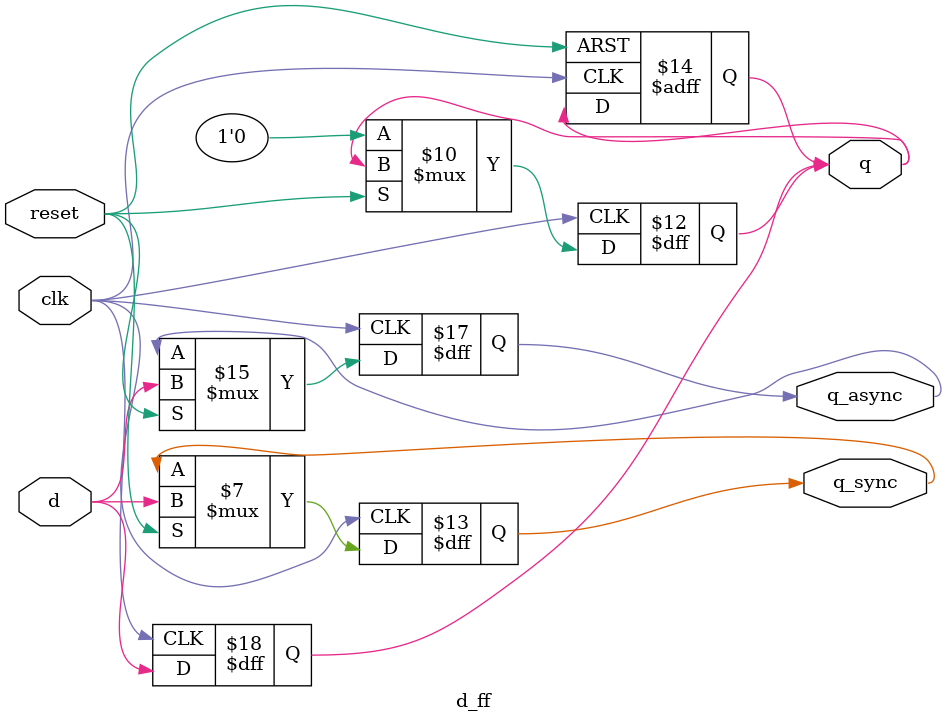
<source format=sv>
module d_ff(q,q_async,q_sync,d,clk,reset);
    input d,clk,reset;
    output reg q, q_async, q_sync;

    //Simple D Flip-flop
    always @(posedge clk)
    begin
        q <= d;
    end
    
    //D Flip-flop with asynchronous reset
    always @(posedge clk or negedge reset)
    begin
        if(!reset)
        q <= 1'b0;
        else
        q_async <= d;
    end

    //D Flip-flop with synchronous reset
    always @(posedge clk)
    begin
        if(!reset)
        q <= 1'b0;
        else
        q_sync <= d;
    end

endmodule

</source>
